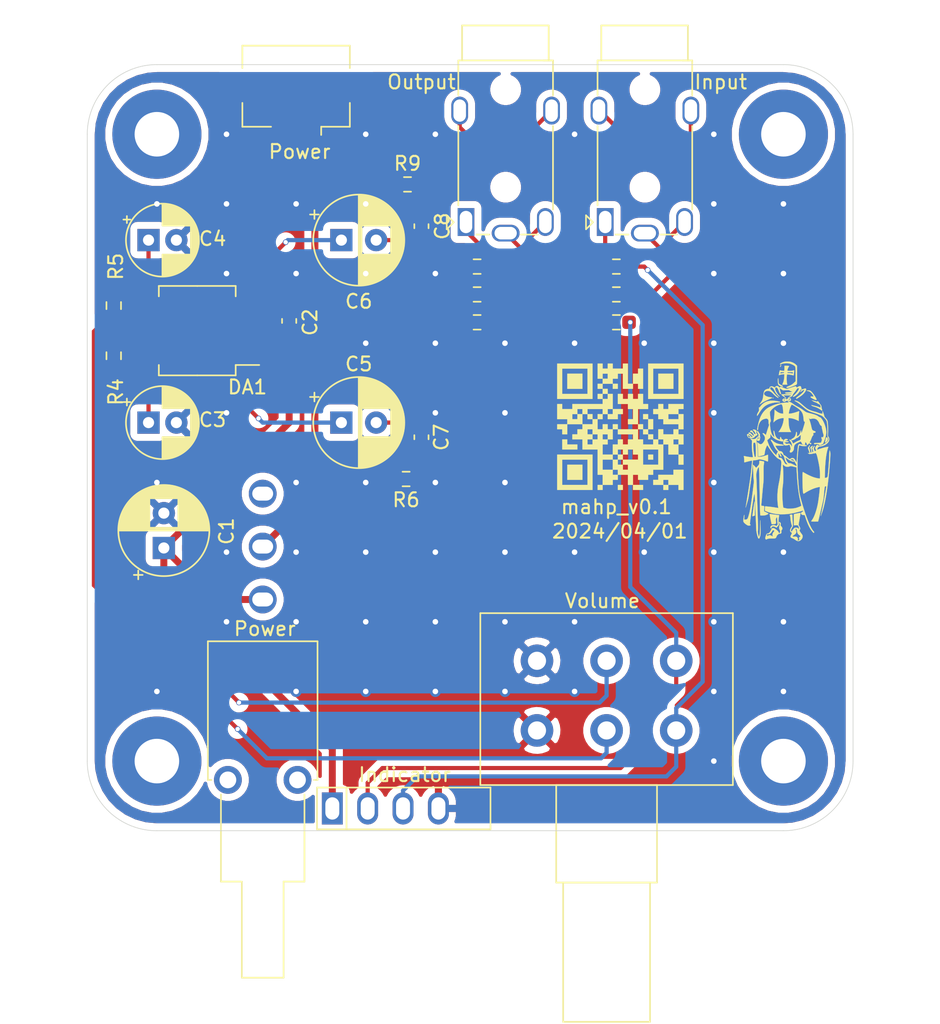
<source format=kicad_pcb>
(kicad_pcb (version 20171130) (host pcbnew "(5.1.7)-1")
  (title_block (title mahp) (date 2024-03-30) (rev v0.1) (company piro.tex))
  (layers (0 F.Cu signal) (31 B.Cu signal) (34 B.Paste user) (35 F.Paste user) (36 B.SilkS user) (37 F.SilkS user) (38 B.Mask user) (39 F.Mask user) (44 Edge.Cuts user))
  (net 0 "")
  (net 1 GND)
  (net 2 "Net-(C3-Pad1)")
  (net 3 "Net-(C4-Pad1)")
  (net 4 "Net-(C5-Pad2)")
  (net 5 "Net-(C5-Pad1)")
  (net 6 "Net-(C6-Pad2)")
  (net 7 "Net-(C6-Pad1)")
  (net 8 "Net-(C7-Pad2)")
  (net 9 "Net-(C8-Pad2)")
  (net 10 "Net-(DA1-Pad7)")
  (net 11 "Net-(DA1-Pad6)")
  (net 12 "Net-(J1-Pad4)")
  (net 13 "Net-(J1-Pad3)")
  (net 14 "Net-(J1-Pad2)")
  (net 15 "Net-(J1-Pad1)")
  (net 16 "Net-(SW1-Pad3)")
  (net 17 +5V)
  (net 18 /input_l)
  (net 19 /input_r)
  (net 20 "Net-(J4-PadT)")
  (net 21 "Net-(J4-PadS)")
  (net 22 "Net-(J4-PadR)")
  (net 23 "Net-(J2-PadS)")
  (net 24 "Net-(J2-PadT)")
  (net 25 "Net-(J2-PadR)")
  (module Resistor_SMD:R_0603_1608Metric_Pad0.98x0.95mm_HandSolder (layer F.Cu) (at 158 71.5 180)
    (fp_text reference R1 hide)
    (fp_text value 0R)
    (pad 2 smd roundrect (at 0.9125 0 180) (size 0.975 0.95) (layers F.Cu F.Paste F.Mask) (net 1 GND))
    (pad 1 smd roundrect (at -0.9125 0 180) (size 0.975 0.95) (layers F.Cu F.Paste F.Mask) (net 23 "Net-(J2-PadS)"))
  )
  (module Resistor_SMD:R_0603_1608Metric_Pad0.98x0.95mm_HandSolder (layer F.Cu) (at 148 71.5 180)
    (fp_text reference R10 hide)
    (fp_text value 0R)
    (pad 2 smd roundrect (at 0.9125 0 180) (size 0.975 0.95) (layers F.Cu F.Paste F.Mask) (net 1 GND))
    (pad 1 smd roundrect (at -0.9125 0 180) (size 0.975 0.95) (layers F.Cu F.Paste F.Mask) (net 21 "Net-(J4-PadS)"))
  )
  (module Resistor_SMD:R_0603_1608Metric_Pad0.98x0.95mm_HandSolder (layer F.Cu) (at 148 69.5 180)
    (fp_text reference R8 hide)
    (fp_text value 0R)
    (pad 2 smd roundrect (at 0.9125 0 180) (size 0.975 0.95) (layers F.Cu F.Paste F.Mask) (net 6 "Net-(C6-Pad2)"))
    (pad 1 smd roundrect (at -0.9125 0 180) (size 0.975 0.95) (layers F.Cu F.Paste F.Mask) (net 22 "Net-(J4-PadR)"))
  )
  (module Resistor_SMD:R_0603_1608Metric_Pad0.98x0.95mm_HandSolder (layer F.Cu) (at 148 73.5)
    (fp_text reference R7 hide)
    (fp_text value 0R)
    (pad 2 smd roundrect (at 0.9125 0) (size 0.975 0.95) (layers F.Cu F.Paste F.Mask) (net 20 "Net-(J4-PadT)"))
    (pad 1 smd roundrect (at -0.9125 0) (size 0.975 0.95) (layers F.Cu F.Paste F.Mask) (net 4 "Net-(C5-Pad2)"))
  )
  (module Resistor_SMD:R_0603_1608Metric_Pad0.98x0.95mm_HandSolder (layer F.Cu) (at 158 73.5)
    (fp_text reference R3 hide)
    (fp_text value 0R)
    (pad 2 smd roundrect (at 0.9125 0) (size 0.975 0.95) (layers F.Cu F.Paste F.Mask) (net 18 /input_l))
    (pad 1 smd roundrect (at -0.9125 0) (size 0.975 0.95) (layers F.Cu F.Paste F.Mask) (net 24 "Net-(J2-PadT)"))
  )
  (module Resistor_SMD:R_0603_1608Metric_Pad0.98x0.95mm_HandSolder (layer F.Cu) (at 158 69.5)
    (fp_text reference R2 hide)
    (fp_text value 0R)
    (pad 2 smd roundrect (at 0.9125 0) (size 0.975 0.95) (layers F.Cu F.Paste F.Mask) (net 19 /input_r))
    (pad 1 smd roundrect (at -0.9125 0) (size 0.975 0.95) (layers F.Cu F.Paste F.Mask) (net 25 "Net-(J2-PadR)"))
  )
  (module mine:knight_10x13mm (layer F.Cu) (at 170.25 82.75)
    (fp_text reference G*** hide)
    (fp_text value LOGO hide)
  )
  (module mine:qr_code_front_10mm (layer F.Cu) (at 158.25 81)
    (fp_text reference G*** hide)
    (fp_text value LOGO hide)
  )
  (module Resistor_SMD:R_0603_1608Metric_Pad0.98x0.95mm_HandSolder (layer F.Cu) (at 143 63.6 180)
    (fp_text reference R9 (at 0 1.5) (layer F.SilkS))
    (fp_text value 4R7)
    (pad 2 smd roundrect (at 0.9125 0 180) (size 0.975 0.95) (layers F.Cu F.Paste F.Mask) (net 1 GND))
    (pad 1 smd roundrect (at -0.9125 0 180) (size 0.975 0.95) (layers F.Cu F.Paste F.Mask) (net 9 "Net-(C8-Pad2)"))
  )
  (module Resistor_SMD:R_0603_1608Metric_Pad0.98x0.95mm_HandSolder (layer F.Cu) (at 142.9 84.75 180)
    (fp_text reference R6 (at 0 -1.5) (layer F.SilkS))
    (fp_text value 4R7)
    (pad 2 smd roundrect (at 0.9125 0 180) (size 0.975 0.95) (layers F.Cu F.Paste F.Mask) (net 1 GND))
    (pad 1 smd roundrect (at -0.9125 0 180) (size 0.975 0.95) (layers F.Cu F.Paste F.Mask) (net 8 "Net-(C7-Pad2)"))
  )
  (module Resistor_SMD:R_0603_1608Metric_Pad0.98x0.95mm_HandSolder (layer F.Cu) (at 121.9 72.3 90)
    (fp_text reference R5 (at 2.8 0.15 90) (layer F.SilkS))
    (fp_text value 10k)
    (pad 2 smd roundrect (at 0.9125 0 90) (size 0.975 0.95) (layers F.Cu F.Paste F.Mask) (net 1 GND))
    (pad 1 smd roundrect (at -0.9125 0 90) (size 0.975 0.95) (layers F.Cu F.Paste F.Mask) (net 11 "Net-(DA1-Pad6)"))
  )
  (module Resistor_SMD:R_0603_1608Metric_Pad0.98x0.95mm_HandSolder (layer F.Cu) (at 121.9 75.9 270)
    (fp_text reference R4 (at 2.6 -0.15 90) (layer F.SilkS))
    (fp_text value 10k)
    (pad 2 smd roundrect (at 0.9125 0 270) (size 0.975 0.95) (layers F.Cu F.Paste F.Mask) (net 1 GND))
    (pad 1 smd roundrect (at -0.9125 0 270) (size 0.975 0.95) (layers F.Cu F.Paste F.Mask) (net 10 "Net-(DA1-Pad7)"))
  )
  (module Capacitor_SMD:C_0603_1608Metric_Pad1.08x0.95mm_HandSolder (layer F.Cu) (at 144 66.6 90)
    (fp_text reference C8 (at 0 1.5 90) (layer F.SilkS))
    (fp_text value 100n)
    (pad 2 smd roundrect (at 0.8625 0 90) (size 1.075 0.95) (layers F.Cu F.Paste F.Mask) (net 9 "Net-(C8-Pad2)"))
    (pad 1 smd roundrect (at -0.8625 0 90) (size 1.075 0.95) (layers F.Cu F.Paste F.Mask) (net 6 "Net-(C6-Pad2)"))
  )
  (module Capacitor_SMD:C_0603_1608Metric_Pad1.08x0.95mm_HandSolder (layer F.Cu) (at 144 81.75 270)
    (fp_text reference C7 (at 0 -1.43 90) (layer F.SilkS))
    (fp_text value 100n)
    (pad 2 smd roundrect (at 0.8625 0 270) (size 1.075 0.95) (layers F.Cu F.Paste F.Mask) (net 8 "Net-(C7-Pad2)"))
    (pad 1 smd roundrect (at -0.8625 0 270) (size 1.075 0.95) (layers F.Cu F.Paste F.Mask) (net 4 "Net-(C5-Pad2)"))
  )
  (module Capacitor_THT:CP_Radial_D6.3mm_P2.50mm (layer F.Cu) (at 138.25 67.6)
    (fp_text reference C6 (at 1.25 4.4) (layer F.SilkS))
    (fp_text value 470u)
    (pad 2 thru_hole circle (at 2.5 0) (size 1.6 1.6) (drill 0.8) (layers *.Cu *.Mask) (net 6 "Net-(C6-Pad2)"))
    (pad 1 thru_hole rect (at 0 0) (size 1.6 1.6) (drill 0.8) (layers *.Cu *.Mask) (net 7 "Net-(C6-Pad1)"))
  )
  (module Capacitor_THT:CP_Radial_D6.3mm_P2.50mm (layer F.Cu) (at 138.25 80.7)
    (fp_text reference C5 (at 1.25 -4.2) (layer F.SilkS))
    (fp_text value 470u)
    (pad 2 thru_hole circle (at 2.5 0) (size 1.6 1.6) (drill 0.8) (layers *.Cu *.Mask) (net 4 "Net-(C5-Pad2)"))
    (pad 1 thru_hole rect (at 0 0) (size 1.6 1.6) (drill 0.8) (layers *.Cu *.Mask) (net 5 "Net-(C5-Pad1)"))
  )
  (module Capacitor_THT:CP_Radial_D5.0mm_P2.00mm (layer F.Cu) (at 124.4 67.6)
    (fp_text reference C4 (at 4.6 -0.1) (layer F.SilkS))
    (fp_text value 100u)
    (pad 2 thru_hole circle (at 2 0) (size 1.6 1.6) (drill 0.8) (layers *.Cu *.Mask) (net 1 GND))
    (pad 1 thru_hole rect (at 0 0) (size 1.6 1.6) (drill 0.8) (layers *.Cu *.Mask) (net 3 "Net-(C4-Pad1)"))
  )
  (module Capacitor_THT:CP_Radial_D5.0mm_P2.00mm (layer F.Cu) (at 124.4 80.7)
    (fp_text reference C3 (at 4.6 -0.2) (layer F.SilkS))
    (fp_text value 100u)
    (pad 2 thru_hole circle (at 2 0) (size 1.6 1.6) (drill 0.8) (layers *.Cu *.Mask) (net 1 GND))
    (pad 1 thru_hole rect (at 0 0) (size 1.6 1.6) (drill 0.8) (layers *.Cu *.Mask) (net 2 "Net-(C3-Pad1)"))
  )
  (module mine:Indicator_LM3915_female (layer F.Cu) (at 137.6 108.4)
    (fp_text reference J3 hide)
    (fp_text value Indicator (at 5.2 -2.42) (layer F.SilkS))
    (pad 4 thru_hole oval (at 7.62 0) (size 1.5 2.3) (drill oval 1 1.6) (layers *.Cu *.Mask) (net 1 GND))
    (pad 3 thru_hole oval (at 5.08 0) (size 1.5 2.3) (drill oval 1 1.6) (layers *.Cu *.Mask) (net 19 /input_r))
    (pad 2 thru_hole oval (at 2.54 0) (size 1.5 2.3) (drill oval 1 1.6) (layers *.Cu *.Mask) (net 18 /input_l))
    (pad 1 thru_hole rect (at 0 0) (size 1.5 2.3) (drill oval 1 1.6) (layers *.Cu *.Mask) (net 17 +5V))
  )
  (module MountingHole:MountingHole_3.2mm_M3_Pad (layer F.Cu) (at 125 105)
    (fp_text reference REF** hide)
    (fp_text value MountingHole_3.2mm_M3_Pad)
    (pad 1 thru_hole circle (at 0 0) (size 6.4 6.4) (drill 3.2) (layers *.Cu *.Mask))
  )
  (module MountingHole:MountingHole_3.2mm_M3_Pad (layer F.Cu) (at 170 105)
    (fp_text reference REF** hide)
    (fp_text value MountingHole_3.2mm_M3_Pad)
    (pad 1 thru_hole circle (at 0 0) (size 6.4 6.4) (drill 3.2) (layers *.Cu *.Mask))
  )
  (module MountingHole:MountingHole_3.2mm_M3_Pad (layer F.Cu) (at 170 60)
    (fp_text reference REF** hide)
    (fp_text value MountingHole_3.2mm_M3_Pad)
    (pad 1 thru_hole circle (at 0 0) (size 6.4 6.4) (drill 3.2) (layers *.Cu *.Mask))
  )
  (module MountingHole:MountingHole_3.2mm_M3_Pad (layer F.Cu) (at 125 60)
    (fp_text reference REF** hide)
    (fp_text value MountingHole_3.2mm_M3_Pad)
    (pad 1 thru_hole circle (at 0 0) (size 6.4 6.4) (drill 3.2) (layers *.Cu *.Mask))
  )
  (module mine:MTS-102-C4 (layer F.Cu) (at 132.6 93.4)
    (fp_text reference SW1 hide)
    (fp_text value Power (at 0.15 2.1) (layer F.SilkS))
    (pad 3 thru_hole circle (at 0 -7.6) (size 2 2) (drill oval 1.5 1) (layers *.Cu *.Mask) (net 16 "Net-(SW1-Pad3)"))
    (pad 2 thru_hole circle (at 0 -3.8) (size 2 2) (drill oval 1.5 1) (layers *.Cu *.Mask) (net 15 "Net-(J1-Pad1)"))
    (pad 1 thru_hole circle (at 0 0) (size 2 2) (drill oval 1.5 1) (layers *.Cu *.Mask) (net 17 +5V))
    (pad "" thru_hole circle (at -2.5 12.95) (size 2 2) (drill 1.2) (layers *.Cu *.Mask))
    (pad "" thru_hole circle (at 2.5 12.95) (size 2 2) (drill 1.2) (layers *.Cu *.Mask))
  )
  (module Potentiometer_THT:Potentiometer_Alps_RK163_Dual_Horizontal (layer F.Cu) (at 152.3 102.8 270)
    (fp_text reference RV1 hide)
    (fp_text value 5k)
    (pad 4 thru_hole circle (at -5 0 270) (size 2.34 2.34) (drill 1.3) (layers *.Cu *.Mask) (net 1 GND))
    (pad 5 thru_hole circle (at -5 -5 270) (size 2.34 2.34) (drill 1.3) (layers *.Cu *.Mask) (net 10 "Net-(DA1-Pad7)"))
    (pad 6 thru_hole circle (at -5 -10 270) (size 2.34 2.34) (drill 1.3) (layers *.Cu *.Mask) (net 18 /input_l))
    (pad 1 thru_hole circle (at 0 0 270) (size 2.34 2.34) (drill 1.3) (layers *.Cu *.Mask) (net 1 GND))
    (pad 2 thru_hole circle (at 0 -5 270) (size 2.34 2.34) (drill 1.3) (layers *.Cu *.Mask) (net 11 "Net-(DA1-Pad6)"))
    (pad 3 thru_hole circle (at 0 -10 270) (size 2.34 2.34) (drill 1.3) (layers *.Cu *.Mask) (net 19 /input_r))
  )
  (module mine:Jack_3.5mm_PJ322 (layer F.Cu) (at 147.75 64)
    (fp_text reference J4 hide)
    (fp_text value Output (at -3.75 -7.75) (layer F.SilkS))
    (pad "" np_thru_hole circle (at 2.3 -0.2) (size 1.2 1.2) (drill 1.2) (layers *.Cu *.Mask))
    (pad "" np_thru_hole circle (at 2.3 -7.2) (size 1.2 1.2) (drill 1.2) (layers *.Cu *.Mask))
    (pad T thru_hole oval (at -1 -5.7 90) (size 2 1.2) (drill oval 1.6 0.9) (layers *.Cu *.Mask) (net 20 "Net-(J4-PadT)"))
    (pad S thru_hole oval (at 5.15 2.3 90) (size 2 1.2) (drill oval 1.6 0.9) (layers *.Cu *.Mask) (net 21 "Net-(J4-PadS)"))
    (pad R thru_hole rect (at -0.55 2.3 90) (size 2 1.2) (drill oval 1.6 0.9) (layers *.Cu *.Mask) (net 22 "Net-(J4-PadR)"))
    (pad S thru_hole oval (at 2.3 3.1) (size 2 1.2) (drill oval 1.6 0.9) (layers *.Cu *.Mask) (net 21 "Net-(J4-PadS)"))
    (pad T thru_hole oval (at 5.6 -5.7 90) (size 2 1.2) (drill oval 1.6 0.9) (layers *.Cu *.Mask) (net 20 "Net-(J4-PadT)"))
  )
  (module mine:Jack_3.5mm_PJ322 (layer F.Cu) (at 157.75 64)
    (fp_text reference J2 hide)
    (fp_text value Input (at 7.75 -7.75) (layer F.SilkS))
    (pad "" np_thru_hole circle (at 2.3 -0.2) (size 1.2 1.2) (drill 1.2) (layers *.Cu *.Mask))
    (pad "" np_thru_hole circle (at 2.3 -7.2) (size 1.2 1.2) (drill 1.2) (layers *.Cu *.Mask))
    (pad T thru_hole oval (at -1 -5.7 90) (size 2 1.2) (drill oval 1.6 0.9) (layers *.Cu *.Mask) (net 24 "Net-(J2-PadT)"))
    (pad S thru_hole oval (at 5.15 2.3 90) (size 2 1.2) (drill oval 1.6 0.9) (layers *.Cu *.Mask) (net 23 "Net-(J2-PadS)"))
    (pad R thru_hole rect (at -0.55 2.3 90) (size 2 1.2) (drill oval 1.6 0.9) (layers *.Cu *.Mask) (net 25 "Net-(J2-PadR)"))
    (pad S thru_hole oval (at 2.3 3.1) (size 2 1.2) (drill oval 1.6 0.9) (layers *.Cu *.Mask) (net 23 "Net-(J2-PadS)"))
    (pad T thru_hole oval (at 5.6 -5.7 90) (size 2 1.2) (drill oval 1.6 0.9) (layers *.Cu *.Mask) (net 24 "Net-(J2-PadT)"))
  )
  (module Connector_USB:USB_Micro-B_Amphenol_10104110_Horizontal (layer F.Cu) (at 135 57.8 180)
    (fp_text reference J1 hide)
    (fp_text value Power (at -0.25 -3.45) (layer F.SilkS))
    (pad 1 smd rect (at -1.3 -1.55 180) (size 0.4 1.4) (layers F.Cu F.Paste F.Mask) (net 15 "Net-(J1-Pad1)"))
    (pad 2 smd rect (at -0.65 -1.55 180) (size 0.4 1.4) (layers F.Cu F.Paste F.Mask) (net 14 "Net-(J1-Pad2)"))
    (pad 3 smd rect (at 0 -1.55 180) (size 0.4 1.4) (layers F.Cu F.Paste F.Mask) (net 13 "Net-(J1-Pad3)"))
    (pad 4 smd rect (at 0.65 -1.55 180) (size 0.4 1.4) (layers F.Cu F.Paste F.Mask) (net 12 "Net-(J1-Pad4)"))
    (pad 5 smd rect (at 1.3 -1.55 180) (size 0.4 1.4) (layers F.Cu F.Paste F.Mask) (net 1 GND))
    (pad 6 smd rect (at -3.75 1.3 180) (size 2.3 1.9) (layers F.Cu F.Paste F.Mask) (net 1 GND))
    (pad 6 smd rect (at 3.75 1.3 180) (size 2.3 1.9) (layers F.Cu F.Paste F.Mask) (net 1 GND))
    (pad 6 smd rect (at -1.15 1.3 180) (size 1.8 1.9) (layers F.Cu F.Paste F.Mask) (net 1 GND))
    (pad 6 smd rect (at 1.15 1.3 180) (size 1.8 1.9) (layers F.Cu F.Paste F.Mask) (net 1 GND))
  )
  (module Package_SO:SO-8_5.3x6.2mm_P1.27mm (layer F.Cu) (at 127.9 74.1 180)
    (fp_text reference DA1 (at -3.6 -4.05) (layer F.SilkS))
    (fp_text value TDA2822)
    (pad 8 smd roundrect (at 3.5 -1.905 180) (size 1.9 0.6) (layers F.Cu F.Paste F.Mask) (net 2 "Net-(C3-Pad1)"))
    (pad 7 smd roundrect (at 3.5 -0.635 180) (size 1.9 0.6) (layers F.Cu F.Paste F.Mask) (net 10 "Net-(DA1-Pad7)"))
    (pad 6 smd roundrect (at 3.5 0.635 180) (size 1.9 0.6) (layers F.Cu F.Paste F.Mask) (net 11 "Net-(DA1-Pad6)"))
    (pad 5 smd roundrect (at 3.5 1.905 180) (size 1.9 0.6) (layers F.Cu F.Paste F.Mask) (net 3 "Net-(C4-Pad1)"))
    (pad 4 smd roundrect (at -3.5 1.905 180) (size 1.9 0.6) (layers F.Cu F.Paste F.Mask) (net 1 GND))
    (pad 3 smd roundrect (at -3.5 0.635 180) (size 1.9 0.6) (layers F.Cu F.Paste F.Mask) (net 7 "Net-(C6-Pad1)"))
    (pad 2 smd roundrect (at -3.5 -0.635 180) (size 1.9 0.6) (layers F.Cu F.Paste F.Mask) (net 17 +5V))
    (pad 1 smd rect (at -3.5 -1.905 180) (size 1.9 0.6) (layers F.Cu F.Paste F.Mask) (net 5 "Net-(C5-Pad1)"))
  )
  (module Capacitor_SMD:C_0603_1608Metric_Pad1.08x0.95mm_HandSolder (layer F.Cu) (at 134.5 73.4 90)
    (fp_text reference C2 (at -0.1 1.5 90) (layer F.SilkS))
    (fp_text value 100n)
    (pad 2 smd roundrect (at 0.8625 0 90) (size 1.075 0.95) (layers F.Cu F.Paste F.Mask) (net 1 GND))
    (pad 1 smd roundrect (at -0.8625 0 90) (size 1.075 0.95) (layers F.Cu F.Paste F.Mask) (net 17 +5V))
  )
  (module Capacitor_THT:CP_Radial_D6.3mm_P2.50mm (layer F.Cu) (at 125.5 89.7 90)
    (fp_text reference C1 (at 1.2 4.5 270) (layer F.SilkS))
    (fp_text value 470u)
    (pad 2 thru_hole circle (at 2.5 0 90) (size 1.6 1.6) (drill 0.8) (layers *.Cu *.Mask) (net 1 GND))
    (pad 1 thru_hole rect (at 0 0 90) (size 1.6 1.6) (drill 0.8) (layers *.Cu *.Mask) (net 17 +5V))
  )
  (gr_text Volume (at 157 93.5) (layer F.SilkS) (effects (font (size 1 1))))
  (gr_text 2024/04/01 (at 158.25 88.5) (layer F.SilkS) (effects (font (size 1 1))))
  (gr_text mahp_v0.1 (at 158 86.75) (layer F.SilkS) (effects (font (size 1 1))))
  (gr_arc (start 125 105) (end 120 105) (angle -90) (layer Edge.Cuts) (width 0.05))
  (gr_arc (start 170 105) (end 170 110) (angle -90) (layer Edge.Cuts) (width 0.05))
  (gr_arc (start 170 60) (end 175 60) (angle -90) (layer Edge.Cuts) (width 0.05))
  (gr_arc (start 125 60) (end 125 55) (angle -90) (layer Edge.Cuts) (width 0.05))
  (gr_line (start 120 105) (end 120 60) (layer Edge.Cuts) (width 0.05))
  (gr_line (start 170 110) (end 125 110) (layer Edge.Cuts) (width 0.05))
  (gr_line (start 175 60) (end 175 105) (layer Edge.Cuts) (width 0.05))
  (gr_line (start 125 55) (end 170 55) (layer Edge.Cuts) (width 0.05))
  (segment (start 133.649999 58.149999) (end 133.649999 59.35) (width 0.5) (layer F.Cu) (net 1))
  (segment (start 133.85 57.949998) (end 133.649999 58.149999) (width 0.5) (layer F.Cu) (net 1))
  (segment (start 133.85 56.5) (end 133.85 57.949998) (width 0.5) (layer F.Cu) (net 1))
  (via (at 130 65) (size 0.8) (drill 0.4) (layers F.Cu B.Cu) (net 1))
  (via (at 135 70) (size 0.8) (drill 0.4) (layers F.Cu B.Cu) (net 1))
  (via (at 140 65) (size 0.8) (drill 0.4) (layers F.Cu B.Cu) (net 1))
  (via (at 145 60) (size 0.8) (drill 0.4) (layers F.Cu B.Cu) (net 1))
  (via (at 145 70) (size 0.8) (drill 0.4) (layers F.Cu B.Cu) (net 1))
  (via (at 140 75) (size 0.8) (drill 0.4) (layers F.Cu B.Cu) (net 1))
  (via (at 130 80) (size 0.8) (drill 0.4) (layers F.Cu B.Cu) (net 1))
  (via (at 135 85) (size 0.8) (drill 0.4) (layers F.Cu B.Cu) (net 1))
  (via (at 130 90) (size 0.8) (drill 0.4) (layers F.Cu B.Cu) (net 1))
  (via (at 130 95) (size 0.8) (drill 0.4) (layers F.Cu B.Cu) (net 1))
  (via (at 125 100) (size 0.8) (drill 0.4) (layers F.Cu B.Cu) (net 1))
  (via (at 135 100) (size 0.8) (drill 0.4) (layers F.Cu B.Cu) (net 1))
  (via (at 140 95) (size 0.8) (drill 0.4) (layers F.Cu B.Cu) (net 1))
  (via (at 140 100) (size 0.8) (drill 0.4) (layers F.Cu B.Cu) (net 1))
  (via (at 145 100) (size 0.8) (drill 0.4) (layers F.Cu B.Cu) (net 1))
  (via (at 145 95) (size 0.8) (drill 0.4) (layers F.Cu B.Cu) (net 1))
  (via (at 150 95) (size 0.8) (drill 0.4) (layers F.Cu B.Cu) (net 1))
  (via (at 150 100) (size 0.8) (drill 0.4) (layers F.Cu B.Cu) (net 1))
  (via (at 155 100) (size 0.8) (drill 0.4) (layers F.Cu B.Cu) (net 1))
  (via (at 155 95) (size 0.8) (drill 0.4) (layers F.Cu B.Cu) (net 1))
  (via (at 165 100) (size 0.8) (drill 0.4) (layers F.Cu B.Cu) (net 1))
  (via (at 165 95) (size 0.8) (drill 0.4) (layers F.Cu B.Cu) (net 1))
  (via (at 170 95) (size 0.8) (drill 0.4) (layers F.Cu B.Cu) (net 1))
  (via (at 170 100) (size 0.8) (drill 0.4) (layers F.Cu B.Cu) (net 1))
  (via (at 165 105) (size 0.8) (drill 0.4) (layers F.Cu B.Cu) (net 1))
  (via (at 170 90) (size 0.8) (drill 0.4) (layers F.Cu B.Cu) (net 1))
  (via (at 165 90) (size 0.8) (drill 0.4) (layers F.Cu B.Cu) (net 1))
  (via (at 165 85) (size 0.8) (drill 0.4) (layers F.Cu B.Cu) (net 1))
  (via (at 165 80) (size 0.8) (drill 0.4) (layers F.Cu B.Cu) (net 1))
  (via (at 165 75) (size 0.8) (drill 0.4) (layers F.Cu B.Cu) (net 1))
  (via (at 165 70) (size 0.8) (drill 0.4) (layers F.Cu B.Cu) (net 1))
  (via (at 170 70) (size 0.8) (drill 0.4) (layers F.Cu B.Cu) (net 1))
  (via (at 170 65) (size 0.8) (drill 0.4) (layers F.Cu B.Cu) (net 1))
  (via (at 165 60) (size 0.8) (drill 0.4) (layers F.Cu B.Cu) (net 1))
  (via (at 155 60) (size 0.8) (drill 0.4) (layers F.Cu B.Cu) (net 1))
  (via (at 145 75) (size 0.8) (drill 0.4) (layers F.Cu B.Cu) (net 1))
  (via (at 145 80) (size 0.8) (drill 0.4) (layers F.Cu B.Cu) (net 1))
  (via (at 150 85) (size 0.8) (drill 0.4) (layers F.Cu B.Cu) (net 1))
  (via (at 155 90) (size 0.8) (drill 0.4) (layers F.Cu B.Cu) (net 1))
  (via (at 150 90) (size 0.8) (drill 0.4) (layers F.Cu B.Cu) (net 1))
  (via (at 145 90) (size 0.8) (drill 0.4) (layers F.Cu B.Cu) (net 1))
  (via (at 140 90) (size 0.8) (drill 0.4) (layers F.Cu B.Cu) (net 1))
  (via (at 140 85) (size 0.8) (drill 0.4) (layers F.Cu B.Cu) (net 1))
  (via (at 145 85) (size 0.8) (drill 0.4) (layers F.Cu B.Cu) (net 1))
  (via (at 170 75) (size 0.8) (drill 0.4) (layers F.Cu B.Cu) (net 1))
  (via (at 150 80) (size 0.8) (drill 0.4) (layers F.Cu B.Cu) (net 1))
  (via (at 150 75) (size 0.8) (drill 0.4) (layers F.Cu B.Cu) (net 1))
  (via (at 155 75) (size 0.8) (drill 0.4) (layers F.Cu B.Cu) (net 1))
  (via (at 160 75) (size 0.8) (drill 0.4) (layers F.Cu B.Cu) (net 1))
  (via (at 160 90) (size 0.8) (drill 0.4) (layers F.Cu B.Cu) (net 1))
  (via (at 165 65) (size 0.8) (drill 0.4) (layers F.Cu B.Cu) (net 1))
  (via (at 140 70) (size 0.8) (drill 0.4) (layers F.Cu B.Cu) (net 1))
  (via (at 140 60) (size 0.8) (drill 0.4) (layers F.Cu B.Cu) (net 1))
  (via (at 130 60) (size 0.8) (drill 0.4) (layers F.Cu B.Cu) (net 1))
  (via (at 135 65) (size 0.8) (drill 0.4) (layers F.Cu B.Cu) (net 1))
  (via (at 135 90) (size 0.8) (drill 0.4) (layers F.Cu B.Cu) (net 1))
  (via (at 135 95) (size 0.8) (drill 0.4) (layers F.Cu B.Cu) (net 1))
  (via (at 125 85) (size 0.8) (drill 0.4) (layers F.Cu B.Cu) (net 1))
  (via (at 125 65) (size 0.8) (drill 0.4) (layers F.Cu B.Cu) (net 1))
  (via (at 130 70) (size 0.8) (drill 0.4) (layers F.Cu B.Cu) (net 1))
  (segment (start 124.4 76.005) (end 124.4 80.7) (width 0.3) (layer F.Cu) (net 2))
  (segment (start 124.4 67.6) (end 124.4 72.195) (width 0.3) (layer F.Cu) (net 3))
  (segment (start 140.75 80.7) (end 142.6 80.7) (width 0.3) (layer F.Cu) (net 4))
  (segment (start 142.7875 80.8875) (end 144 80.8875) (width 0.3) (layer F.Cu) (net 4))
  (segment (start 142.6 80.7) (end 142.7875 80.8875) (width 0.3) (layer F.Cu) (net 4))
  (segment (start 145.315998 73.5) (end 147.0875 73.5) (width 0.3) (layer F.Cu) (net 4))
  (segment (start 144 74.815998) (end 145.315998 73.5) (width 0.3) (layer F.Cu) (net 4))
  (segment (start 144 80.8875) (end 144 74.815998) (width 0.3) (layer F.Cu) (net 4))
  (segment (start 131.4 76.005) (end 131.4 79.5) (width 0.3) (layer F.Cu) (net 5))
  (via (at 132.3 80.4) (size 0.4) (drill 0.3) (layers F.Cu B.Cu) (net 5))
  (segment (start 131.4 79.5) (end 132.3 80.4) (width 0.3) (layer F.Cu) (net 5))
  (segment (start 132.6 80.7) (end 138.25 80.7) (width 0.3) (layer B.Cu) (net 5))
  (segment (start 132.3 80.4) (end 132.6 80.7) (width 0.3) (layer B.Cu) (net 5))
  (segment (start 140.75 67.6) (end 142.5 67.6) (width 0.3) (layer F.Cu) (net 6))
  (segment (start 142.5 67.6) (end 142.5375 67.5625) (width 0.3) (layer F.Cu) (net 6))
  (segment (start 142.6375 67.4625) (end 142.5 67.6) (width 0.3) (layer F.Cu) (net 6))
  (segment (start 144 67.4625) (end 142.6375 67.4625) (width 0.3) (layer F.Cu) (net 6))
  (segment (start 147.0875 69.5) (end 146.25 69.5) (width 0.3) (layer F.Cu) (net 6))
  (segment (start 144.2125 67.4625) (end 144 67.4625) (width 0.3) (layer F.Cu) (net 6))
  (segment (start 146.25 69.5) (end 144.2125 67.4625) (width 0.3) (layer F.Cu) (net 6))
  (segment (start 131.857834 73.465) (end 133 72.322834) (width 0.3) (layer F.Cu) (net 7))
  (segment (start 131.4 73.465) (end 131.857834 73.465) (width 0.3) (layer F.Cu) (net 7))
  (segment (start 133 72.322834) (end 133 69) (width 0.3) (layer F.Cu) (net 7))
  (via (at 134.25 67.75) (size 0.4) (drill 0.3) (layers F.Cu B.Cu) (net 7))
  (segment (start 133 69) (end 134.25 67.75) (width 0.3) (layer F.Cu) (net 7))
  (segment (start 134.4 67.6) (end 138.25 67.6) (width 0.3) (layer B.Cu) (net 7))
  (segment (start 134.25 67.75) (end 134.4 67.6) (width 0.3) (layer B.Cu) (net 7))
  (segment (start 144 83.6) (end 144 82.6125) (width 0.3) (layer F.Cu) (net 8))
  (segment (start 143.8125 83.7875) (end 144 83.6) (width 0.3) (layer F.Cu) (net 8))
  (segment (start 143.8125 84.75) (end 143.8125 83.7875) (width 0.3) (layer F.Cu) (net 8))
  (segment (start 143.9125 64.7125) (end 143.9125 63.6) (width 0.3) (layer F.Cu) (net 9))
  (segment (start 144 64.8) (end 143.9125 64.7125) (width 0.3) (layer F.Cu) (net 9))
  (segment (start 144 65.7375) (end 144 64.8) (width 0.3) (layer F.Cu) (net 9))
  (segment (start 121.9875 74.9875) (end 123.1 74.9875) (width 0.3) (layer F.Cu) (net 10))
  (segment (start 121.02499 77.326566) (end 121.02499 80.22499) (width 0.3) (layer F.Cu) (net 10))
  (segment (start 121.02499 76.236722) (end 121.02499 77.326566) (width 0.3) (layer F.Cu) (net 10))
  (segment (start 121.336722 75.92499) (end 121.02499 76.236722) (width 0.3) (layer F.Cu) (net 10))
  (segment (start 121.67501 75.92499) (end 121.336722 75.92499) (width 0.3) (layer F.Cu) (net 10))
  (segment (start 121.9 75.7) (end 121.67501 75.92499) (width 0.3) (layer F.Cu) (net 10))
  (segment (start 121.9 74.9875) (end 121.9 75.7) (width 0.3) (layer F.Cu) (net 10))
  (segment (start 123.365 74.735) (end 124.4 74.735) (width 0.3) (layer F.Cu) (net 10))
  (segment (start 123.1125 74.9875) (end 123.365 74.735) (width 0.3) (layer F.Cu) (net 10))
  (segment (start 121.02499 80.22499) (end 121.02499 90.92499) (width 0.3) (layer F.Cu) (net 10))
  (via (at 130.9 100.8) (size 0.4) (drill 0.3) (layers F.Cu B.Cu) (net 10))
  (segment (start 121.02499 90.92499) (end 130.9 100.8) (width 0.3) (layer F.Cu) (net 10))
  (segment (start 157.3 100.3) (end 157.3 97.8) (width 0.3) (layer B.Cu) (net 10))
  (segment (start 156.8 100.8) (end 157.3 100.3) (width 0.3) (layer B.Cu) (net 10))
  (segment (start 130.9 100.8) (end 156.8 100.8) (width 0.3) (layer B.Cu) (net 10))
  (segment (start 121.9 73.2125) (end 121.425 73.2125) (width 0.3) (layer F.Cu) (net 11))
  (segment (start 123.235 73.465) (end 124.4 73.465) (width 0.3) (layer F.Cu) (net 11))
  (segment (start 122.9825 73.2125) (end 123.235 73.465) (width 0.3) (layer F.Cu) (net 11))
  (segment (start 121.8875 73.2125) (end 123 73.2125) (width 0.3) (layer F.Cu) (net 11))
  (segment (start 121.425 73.2125) (end 120.47498 74.16252) (width 0.3) (layer F.Cu) (net 11))
  (segment (start 120.47498 74.16252) (end 120.47498 92.37498) (width 0.3) (layer F.Cu) (net 11))
  (via (at 130.8 102.7) (size 0.4) (drill 0.3) (layers F.Cu B.Cu) (net 11))
  (segment (start 120.47498 92.37498) (end 130.8 102.7) (width 0.3) (layer F.Cu) (net 11))
  (segment (start 157.3 104.4) (end 157.3 102.8) (width 0.3) (layer B.Cu) (net 11))
  (segment (start 156.9 104.8) (end 157.3 104.4) (width 0.3) (layer B.Cu) (net 11))
  (segment (start 132.9 104.8) (end 156.9 104.8) (width 0.3) (layer B.Cu) (net 11))
  (segment (start 130.8 102.7) (end 132.9 104.8) (width 0.3) (layer B.Cu) (net 11))
  (segment (start 136.350001 62.149999) (end 136.350001 59.35) (width 0.5) (layer F.Cu) (net 15))
  (segment (start 136.350001 85.849999) (end 136.350001 62.149999) (width 0.5) (layer F.Cu) (net 15))
  (segment (start 132.6 89.6) (end 136.350001 85.849999) (width 0.5) (layer F.Cu) (net 15))
  (segment (start 129.2 93.4) (end 125.5 89.7) (width 0.5) (layer F.Cu) (net 17))
  (segment (start 132.6 93.4) (end 129.2 93.4) (width 0.5) (layer F.Cu) (net 17))
  (segment (start 134.5 74.2625) (end 133.7375 74.2625) (width 0.5) (layer F.Cu) (net 17))
  (segment (start 133.265 74.735) (end 131.4 74.735) (width 0.5) (layer F.Cu) (net 17))
  (segment (start 133.7375 74.2625) (end 133.265 74.735) (width 0.5) (layer F.Cu) (net 17))
  (segment (start 125.5 89.7) (end 125.5 92) (width 0.5) (layer F.Cu) (net 17))
  (segment (start 137.6 104.1) (end 137.6 108.4) (width 0.5) (layer F.Cu) (net 17))
  (segment (start 125.5 92) (end 137.6 104.1) (width 0.5) (layer F.Cu) (net 17))
  (segment (start 134.5 80.7) (end 134.5 74.2625) (width 0.5) (layer F.Cu) (net 17))
  (segment (start 125.5 89.7) (end 134.5 80.7) (width 0.5) (layer F.Cu) (net 17))
  (segment (start 162.3 99.9) (end 162.3 97.8) (width 0.3) (layer F.Cu) (net 18))
  (segment (start 160.1 102.1) (end 162.3 99.9) (width 0.3) (layer F.Cu) (net 18))
  (segment (start 160.1 103.7) (end 160.1 102.1) (width 0.3) (layer F.Cu) (net 18))
  (segment (start 141.2 105.5) (end 158.3 105.5) (width 0.3) (layer F.Cu) (net 18))
  (segment (start 158.3 105.5) (end 160.1 103.7) (width 0.3) (layer F.Cu) (net 18))
  (segment (start 140.14 106.56) (end 141.2 105.5) (width 0.3) (layer F.Cu) (net 18))
  (segment (start 140.14 108.4) (end 140.14 106.56) (width 0.3) (layer F.Cu) (net 18))
  (via (at 159 73.5) (size 0.4) (drill 0.3) (layers F.Cu B.Cu) (net 18))
  (segment (start 158.9125 73.5) (end 159 73.5) (width 0.3) (layer F.Cu) (net 18))
  (segment (start 162.3 95.8) (end 162.3 97.8) (width 0.3) (layer B.Cu) (net 18))
  (segment (start 159 92.5) (end 162.3 95.8) (width 0.3) (layer B.Cu) (net 18))
  (segment (start 159 73.5) (end 159 92.5) (width 0.3) (layer B.Cu) (net 18))
  (segment (start 163.35 58.3) (end 163.2 58.3) (width 0.3) (layer F.Cu) (net 24))
  (segment (start 163.35 59.9) (end 163.35 58.3) (width 0.3) (layer F.Cu) (net 24))
  (segment (start 163 60.25) (end 163.35 59.9) (width 0.3) (layer F.Cu) (net 24))
  (segment (start 156.8 58.3) (end 158.75 60.25) (width 0.3) (layer F.Cu) (net 24))
  (segment (start 156.75 58.3) (end 156.8 58.3) (width 0.3) (layer F.Cu) (net 24))
  (segment (start 158.75 60.25) (end 163 60.25) (width 0.3) (layer F.Cu) (net 24))
  (segment (start 162.3 105.4) (end 162.3 102.8) (width 0.3) (layer B.Cu) (net 19))
  (segment (start 161.6 106.1) (end 162.3 105.4) (width 0.3) (layer B.Cu) (net 19))
  (segment (start 142.68 107.12) (end 143.7 106.1) (width 0.3) (layer B.Cu) (net 19))
  (segment (start 142.68 108.4) (end 142.68 107.12) (width 0.3) (layer B.Cu) (net 19))
  (segment (start 143.7 106.1) (end 161.6 106.1) (width 0.3) (layer B.Cu) (net 19))
  (segment (start 162.3 102.8) (end 162.3 101.2) (width 0.3) (layer B.Cu) (net 19))
  (segment (start 162.3 101.2) (end 164.199999 99.300001) (width 0.3) (layer B.Cu) (net 19))
  (segment (start 164.199999 99.300001) (end 164.199999 73.699999) (width 0.3) (layer B.Cu) (net 19))
  (via (at 160.25 69.75) (size 0.4) (drill 0.3) (layers F.Cu B.Cu) (net 19))
  (segment (start 164.199999 73.699999) (end 160.25 69.75) (width 0.3) (layer B.Cu) (net 19))
  (segment (start 160.25 69.75) (end 160 69.5) (width 0.3) (layer F.Cu) (net 19))
  (segment (start 160 69.5) (end 158.9125 69.5) (width 0.3) (layer F.Cu) (net 19))
  (segment (start 157.0875 69.5) (end 157.0875 68.4125) (width 0.3) (layer F.Cu) (net 25))
  (segment (start 157.2 68.3) (end 157.2 66.3) (width 0.3) (layer F.Cu) (net 25))
  (segment (start 157.0875 68.4125) (end 157.2 68.3) (width 0.3) (layer F.Cu) (net 25))
  (segment (start 151.65 60) (end 153.35 58.3) (width 0.3) (layer F.Cu) (net 20))
  (segment (start 151.65 60) (end 147.25 60) (width 0.3) (layer F.Cu) (net 20))
  (segment (start 146.75 59.5) (end 146.75 58.3) (width 0.3) (layer F.Cu) (net 20))
  (segment (start 147.25 60) (end 146.75 59.5) (width 0.3) (layer F.Cu) (net 20))
  (segment (start 154.25 62.6) (end 151.65 60) (width 0.3) (layer F.Cu) (net 20))
  (segment (start 154.25 70.5) (end 154.25 62.6) (width 0.3) (layer F.Cu) (net 20))
  (segment (start 151.25 73.5) (end 154.25 70.5) (width 0.3) (layer F.Cu) (net 20))
  (segment (start 148.9125 73.5) (end 151.25 73.5) (width 0.3) (layer F.Cu) (net 20))
  (segment (start 148.9125 71.5) (end 150.5 71.5) (width 0.3) (layer F.Cu) (net 21))
  (segment (start 150.5 71.5) (end 151.75 70.25) (width 0.3) (layer F.Cu) (net 21))
  (segment (start 151.75 68.8) (end 150.05 67.1) (width 0.3) (layer F.Cu) (net 21))
  (segment (start 151.75 70.25) (end 151.75 68.8) (width 0.3) (layer F.Cu) (net 21))
  (segment (start 151.75 67.45) (end 152.9 66.3) (width 0.3) (layer F.Cu) (net 21))
  (segment (start 151.75 68.8) (end 151.75 67.45) (width 0.3) (layer F.Cu) (net 21))
  (segment (start 147.2 66.3) (end 147.2 66.95) (width 0.3) (layer F.Cu) (net 22))
  (segment (start 148.9125 68.6625) (end 148.9125 69.5) (width 0.3) (layer F.Cu) (net 22))
  (segment (start 147.2 66.95) (end 148.9125 68.6625) (width 0.3) (layer F.Cu) (net 22))
  (segment (start 158.9125 71.5) (end 160.5 71.5) (width 0.3) (layer F.Cu) (net 23))
  (segment (start 160.5 71.5) (end 161.75 70.25) (width 0.3) (layer F.Cu) (net 23))
  (segment (start 161.75 67.45) (end 162.9 66.3) (width 0.3) (layer F.Cu) (net 23))
  (segment (start 161.7 68.75) (end 160.05 67.1) (width 0.3) (layer F.Cu) (net 23))
  (segment (start 161.75 68.75) (end 161.7 68.75) (width 0.3) (layer F.Cu) (net 23))
  (segment (start 161.75 70.25) (end 161.75 68.75) (width 0.3) (layer F.Cu) (net 23))
  (segment (start 161.75 68.75) (end 161.75 67.45) (width 0.3) (layer F.Cu) (net 23))
  (segment (start 156.75 60.25) (end 158.75 60.25) (width 0.3) (layer F.Cu) (net 24))
  (segment (start 155 62) (end 156.75 60.25) (width 0.3) (layer F.Cu) (net 24))
  (segment (start 155 72) (end 155 62) (width 0.3) (layer F.Cu) (net 24))
  (segment (start 156.5 73.5) (end 155 72) (width 0.3) (layer F.Cu) (net 24))
  (segment (start 157.0875 73.5) (end 156.5 73.5) (width 0.3) (layer F.Cu) (net 24))
  (zone (net 1) (net_name GND) (layer F.Cu) (connect_pads (clearance 0.508)) (min_thickness 0.254) (fill yes (arc_segments 32) (thermal_gap 0.508) (thermal_bridge_width 0.508))
    (polygon (pts (xy 175 110) (xy 120 110) (xy 120 55) (xy 175 55)))
  )
  (zone (net 1) (net_name GND) (layer B.Cu) (connect_pads (clearance 0.508)) (min_thickness 0.254) (fill yes (arc_segments 32) (thermal_gap 0.508) (thermal_bridge_width 0.508))
    (polygon (pts (xy 175 110) (xy 120 110) (xy 120 55) (xy 175 55)))
  )
)
</source>
